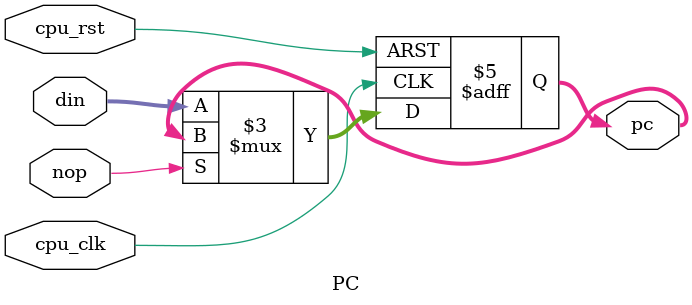
<source format=v>
module PC (
   input wire        cpu_rst,
   input wire        cpu_clk,
   input wire [31:0] din,
   input wire        nop,

   output reg [31:0] pc
);

   always @(posedge cpu_clk or posedge cpu_rst) begin
      if (cpu_rst) 
         pc <= 32'h00000000;
      else if (nop)
         pc <= pc;
      else 
         pc <= din;
   end
endmodule  //PC

</source>
